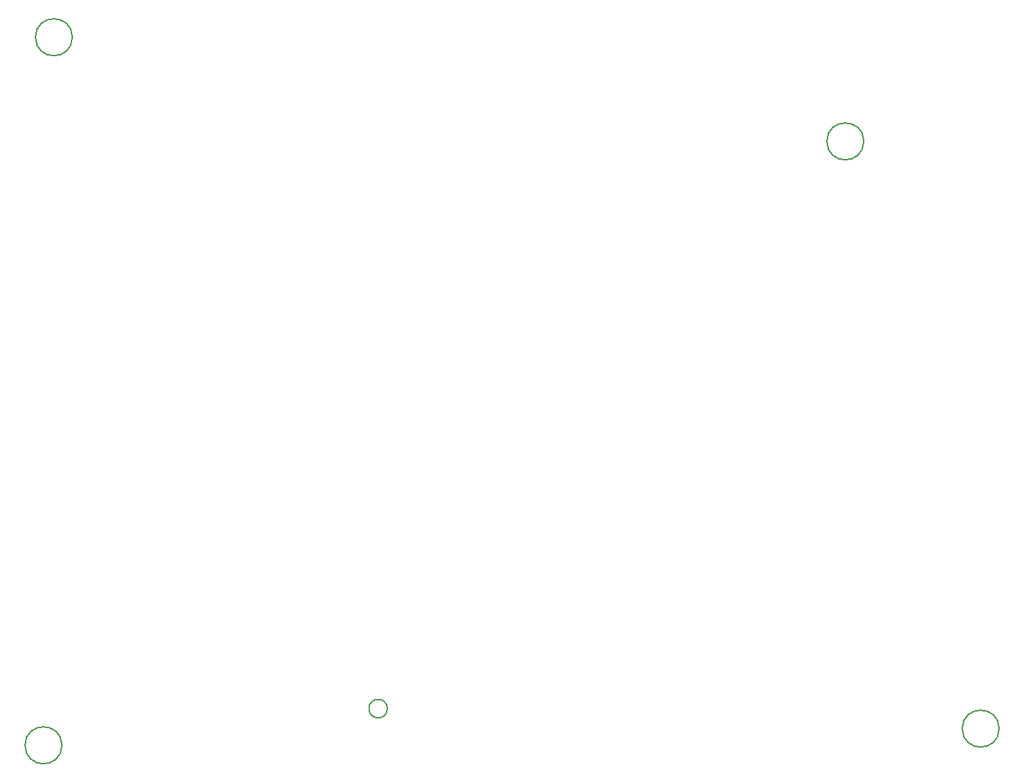
<source format=gbr>
%TF.GenerationSoftware,KiCad,Pcbnew,6.0.11-2627ca5db0~126~ubuntu22.04.1*%
%TF.CreationDate,2023-07-28T09:41:43+02:00*%
%TF.ProjectId,HM-LC-Bl1-FM_FUEL4EP_PCB,484d2d4c-432d-4426-9c31-2d464d5f4655,1.5*%
%TF.SameCoordinates,Original*%
%TF.FileFunction,Other,Comment*%
%FSLAX46Y46*%
G04 Gerber Fmt 4.6, Leading zero omitted, Abs format (unit mm)*
G04 Created by KiCad (PCBNEW 6.0.11-2627ca5db0~126~ubuntu22.04.1) date 2023-07-28 09:41:43*
%MOMM*%
%LPD*%
G01*
G04 APERTURE LIST*
%ADD10C,0.150000*%
G04 APERTURE END LIST*
D10*
%TO.C,H1*%
X9870000Y-6350000D02*
G75*
G03*
X9870000Y-6350000I-2250000J0D01*
G01*
%TO.C,H2*%
X8600000Y-92710000D02*
G75*
G03*
X8600000Y-92710000I-2250000J0D01*
G01*
%TO.C,H3*%
X106390000Y-19050000D02*
G75*
G03*
X106390000Y-19050000I-2250000J0D01*
G01*
%TO.C,H4*%
X122900000Y-90678000D02*
G75*
G03*
X122900000Y-90678000I-2250000J0D01*
G01*
%TO.C,Module2*%
X48295000Y-88240000D02*
G75*
G03*
X48295000Y-88240000I-1125000J0D01*
G01*
%TD*%
M02*

</source>
